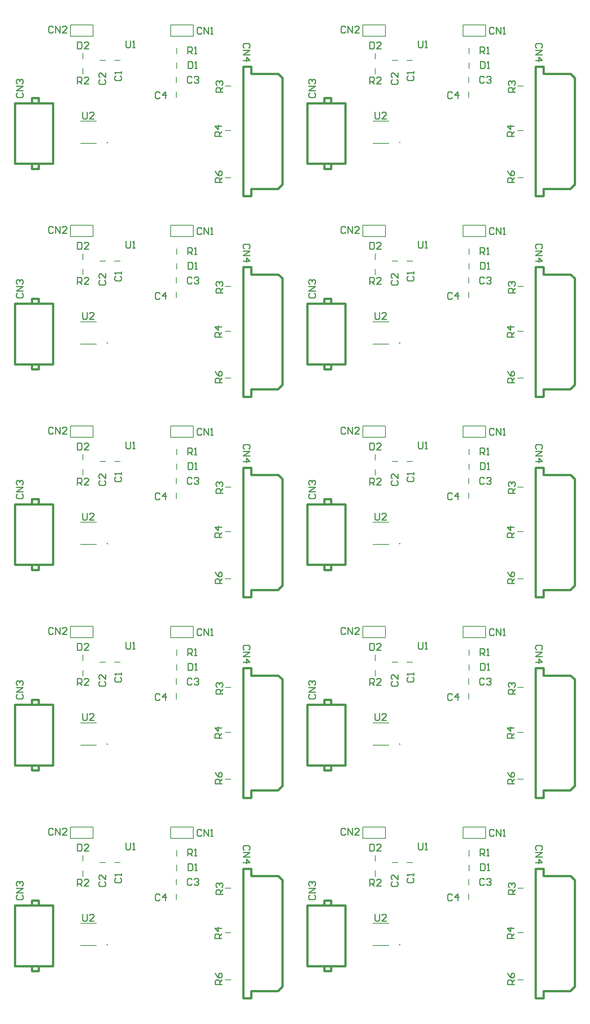
<source format=gbr>
%TF.GenerationSoftware,Altium Limited,Altium Designer,23.9.2 (47)*%
G04 Layer_Color=65535*
%FSLAX45Y45*%
%MOMM*%
%TF.SameCoordinates,AD479AB8-1AF9-481E-9C01-A3E3F564F201*%
%TF.FilePolarity,Positive*%
%TF.FileFunction,Legend,Top*%
%TF.Part,CustomerPanel*%
G01*
G75*
%TA.AperFunction,NonConductor*%
%ADD48C,0.20000*%
%ADD49C,0.50000*%
%ADD50C,0.12700*%
%ADD51C,0.25400*%
D48*
X9738100Y9780100D02*
G03*
X9738100Y9780100I-10000J0D01*
G01*
X9891800Y11620500D02*
X10021800D01*
X9561600D02*
X9691600D01*
X9182100Y11655500D02*
Y11785500D01*
Y11314200D02*
Y11444200D01*
X12381000Y8991600D02*
X12511000D01*
X12381000Y10045700D02*
X12511000D01*
X12381000Y11049000D02*
X12511000D01*
X11279200Y10793500D02*
Y10923500D01*
Y11123700D02*
Y11253700D01*
X11288700Y11441200D02*
Y11571200D01*
Y11771400D02*
Y11901400D01*
X11150600Y12166600D02*
X11658600D01*
Y12420600D01*
X11150600D02*
X11658600D01*
X11150600Y12166600D02*
Y12420600D01*
X8901100Y12166600D02*
X9409100D01*
Y12420600D01*
X8901100D02*
X9409100D01*
X8901100Y12166600D02*
Y12420600D01*
X16308701Y9780100D02*
G03*
X16308701Y9780100I-10000J0D01*
G01*
X16462399Y11620500D02*
X16592400D01*
X16132201D02*
X16262199D01*
X15752699Y11655500D02*
Y11785500D01*
Y11314200D02*
Y11444200D01*
X18951601Y8991600D02*
X19081599D01*
X18951601Y10045700D02*
X19081599D01*
X18951601Y11049000D02*
X19081599D01*
X17849800Y10793500D02*
Y10923500D01*
Y11123700D02*
Y11253700D01*
X17859300Y11441200D02*
Y11571200D01*
Y11771400D02*
Y11901400D01*
X17721201Y12166600D02*
X18229201D01*
Y12420600D01*
X17721201D02*
X18229201D01*
X17721201Y12166600D02*
Y12420600D01*
X15471700Y12166600D02*
X15979700D01*
Y12420600D01*
X15471700D02*
X15979700D01*
X15471700Y12166600D02*
Y12420600D01*
X9738100Y14280600D02*
G03*
X9738100Y14280600I-10000J0D01*
G01*
X9891800Y16121001D02*
X10021800D01*
X9561600D02*
X9691600D01*
X9182100Y16156000D02*
Y16286000D01*
Y15814700D02*
Y15944701D01*
X12381000Y13492101D02*
X12511000D01*
X12381000Y14546201D02*
X12511000D01*
X12381000Y15549500D02*
X12511000D01*
X11279200Y15294000D02*
Y15424001D01*
Y15624200D02*
Y15754201D01*
X11288700Y15941701D02*
Y16071700D01*
Y16271899D02*
Y16401900D01*
X11150600Y16667101D02*
X11658600D01*
Y16921100D01*
X11150600D02*
X11658600D01*
X11150600Y16667101D02*
Y16921100D01*
X8901100Y16667101D02*
X9409100D01*
Y16921100D01*
X8901100D02*
X9409100D01*
X8901100Y16667101D02*
Y16921100D01*
X16308701Y14280600D02*
G03*
X16308701Y14280600I-10000J0D01*
G01*
X16462399Y16121001D02*
X16592400D01*
X16132201D02*
X16262199D01*
X15752699Y16156000D02*
Y16286000D01*
Y15814700D02*
Y15944701D01*
X18951601Y13492101D02*
X19081599D01*
X18951601Y14546201D02*
X19081599D01*
X18951601Y15549500D02*
X19081599D01*
X17849800Y15294000D02*
Y15424001D01*
Y15624200D02*
Y15754201D01*
X17859300Y15941701D02*
Y16071700D01*
Y16271899D02*
Y16401900D01*
X17721201Y16667101D02*
X18229201D01*
Y16921100D01*
X17721201D02*
X18229201D01*
X17721201Y16667101D02*
Y16921100D01*
X15471700Y16667101D02*
X15979700D01*
Y16921100D01*
X15471700D02*
X15979700D01*
X15471700Y16667101D02*
Y16921100D01*
X9738100Y18781100D02*
G03*
X9738100Y18781100I-10000J0D01*
G01*
X9891800Y20621500D02*
X10021800D01*
X9561600D02*
X9691600D01*
X9182100Y20656500D02*
Y20786501D01*
Y20315199D02*
Y20445200D01*
X12381000Y17992599D02*
X12511000D01*
X12381000Y19046700D02*
X12511000D01*
X12381000Y20050000D02*
X12511000D01*
X11279200Y19794501D02*
Y19924500D01*
Y20124699D02*
Y20254700D01*
X11288700Y20442200D02*
Y20572200D01*
Y20772400D02*
Y20902400D01*
X11150600Y21167599D02*
X11658600D01*
Y21421600D01*
X11150600D02*
X11658600D01*
X11150600Y21167599D02*
Y21421600D01*
X8901100Y21167599D02*
X9409100D01*
Y21421600D01*
X8901100D02*
X9409100D01*
X8901100Y21167599D02*
Y21421600D01*
X16308701Y18781100D02*
G03*
X16308701Y18781100I-10000J0D01*
G01*
X16462399Y20621500D02*
X16592400D01*
X16132201D02*
X16262199D01*
X15752699Y20656500D02*
Y20786501D01*
Y20315199D02*
Y20445200D01*
X18951601Y17992599D02*
X19081599D01*
X18951601Y19046700D02*
X19081599D01*
X18951601Y20050000D02*
X19081599D01*
X17849800Y19794501D02*
Y19924500D01*
Y20124699D02*
Y20254700D01*
X17859300Y20442200D02*
Y20572200D01*
Y20772400D02*
Y20902400D01*
X17721201Y21167599D02*
X18229201D01*
Y21421600D01*
X17721201D02*
X18229201D01*
X17721201Y21167599D02*
Y21421600D01*
X15471700Y21167599D02*
X15979700D01*
Y21421600D01*
X15471700D02*
X15979700D01*
X15471700Y21167599D02*
Y21421600D01*
X9738100Y23281599D02*
G03*
X9738100Y23281599I-10000J0D01*
G01*
X9891800Y25122000D02*
X10021800D01*
X9561600D02*
X9691600D01*
X9182100Y25157001D02*
Y25287000D01*
Y24815700D02*
Y24945700D01*
X12381000Y22493100D02*
X12511000D01*
X12381000Y23547200D02*
X12511000D01*
X12381000Y24550500D02*
X12511000D01*
X11279200Y24295000D02*
Y24425000D01*
Y24625200D02*
Y24755200D01*
X11288700Y24942700D02*
Y25072701D01*
Y25272900D02*
Y25402901D01*
X11150600Y25668100D02*
X11658600D01*
Y25922101D01*
X11150600D02*
X11658600D01*
X11150600Y25668100D02*
Y25922101D01*
X8901100Y25668100D02*
X9409100D01*
Y25922101D01*
X8901100D02*
X9409100D01*
X8901100Y25668100D02*
Y25922101D01*
X16308701Y23281599D02*
G03*
X16308701Y23281599I-10000J0D01*
G01*
X16462399Y25122000D02*
X16592400D01*
X16132201D02*
X16262199D01*
X15752699Y25157001D02*
Y25287000D01*
Y24815700D02*
Y24945700D01*
X18951601Y22493100D02*
X19081599D01*
X18951601Y23547200D02*
X19081599D01*
X18951601Y24550500D02*
X19081599D01*
X17849800Y24295000D02*
Y24425000D01*
Y24625200D02*
Y24755200D01*
X17859300Y24942700D02*
Y25072701D01*
Y25272900D02*
Y25402901D01*
X17721201Y25668100D02*
X18229201D01*
Y25922101D01*
X17721201D02*
X18229201D01*
X17721201Y25668100D02*
Y25922101D01*
X15471700Y25668100D02*
X15979700D01*
Y25922101D01*
X15471700D02*
X15979700D01*
X15471700Y25668100D02*
Y25922101D01*
X9738100Y27782101D02*
G03*
X9738100Y27782101I-10000J0D01*
G01*
X9891800Y29622501D02*
X10021800D01*
X9561600D02*
X9691600D01*
X9182100Y29657501D02*
Y29787500D01*
Y29316199D02*
Y29446201D01*
X12381000Y26993600D02*
X12511000D01*
X12381000Y28047699D02*
X12511000D01*
X12381000Y29051001D02*
X12511000D01*
X11279200Y28795499D02*
Y28925500D01*
Y29125699D02*
Y29255701D01*
X11288700Y29443201D02*
Y29573199D01*
Y29773401D02*
Y29903400D01*
X11150600Y30168600D02*
X11658600D01*
Y30422601D01*
X11150600D02*
X11658600D01*
X11150600Y30168600D02*
Y30422601D01*
X8901100Y30168600D02*
X9409100D01*
Y30422601D01*
X8901100D02*
X9409100D01*
X8901100Y30168600D02*
Y30422601D01*
X16308701Y27782101D02*
G03*
X16308701Y27782101I-10000J0D01*
G01*
X16462399Y29622501D02*
X16592400D01*
X16132201D02*
X16262199D01*
X15752699Y29657501D02*
Y29787500D01*
Y29316199D02*
Y29446201D01*
X18951601Y26993600D02*
X19081599D01*
X18951601Y28047699D02*
X19081599D01*
X18951601Y29051001D02*
X19081599D01*
X17849800Y28795499D02*
Y28925500D01*
Y29125699D02*
Y29255701D01*
X17859300Y29443201D02*
Y29573199D01*
Y29773401D02*
Y29903400D01*
X17721201Y30168600D02*
X18229201D01*
Y30422601D01*
X17721201D02*
X18229201D01*
X17721201Y30168600D02*
Y30422601D01*
X15471700Y30168600D02*
X15979700D01*
Y30422601D01*
X15471700D02*
X15979700D01*
X15471700Y30168600D02*
Y30422601D01*
D49*
X12788900Y11480800D02*
X12966701D01*
X12788900Y8572500D02*
Y11480800D01*
Y8572500D02*
X12966701D01*
Y8737600D01*
Y11315700D02*
Y11480800D01*
Y11315700D02*
X13576300D01*
X13665199Y11226800D01*
Y9131300D02*
Y11226800D01*
Y8839200D02*
Y9131300D01*
X13563600Y8737600D02*
X13665199Y8839200D01*
X12966701Y8737600D02*
X13563600D01*
X8131175Y10772746D02*
X8191500D01*
X8039100Y10671146D02*
Y10772746D01*
X8131175D01*
X8191500Y10658446D02*
Y10772746D01*
X8039100Y9185246D02*
Y9299546D01*
Y9185246D02*
X8191500D01*
Y9299546D01*
X7658100Y10658446D02*
X8509000D01*
Y9299546D02*
Y10658446D01*
X7658100Y9299546D02*
X8509000D01*
X7658100D02*
Y10658446D01*
X19359500Y11480800D02*
X19537300D01*
X19359500Y8572500D02*
Y11480800D01*
Y8572500D02*
X19537300D01*
Y8737600D01*
Y11315700D02*
Y11480800D01*
Y11315700D02*
X20146899D01*
X20235800Y11226800D01*
Y9131300D02*
Y11226800D01*
Y8839200D02*
Y9131300D01*
X20134200Y8737600D02*
X20235800Y8839200D01*
X19537300Y8737600D02*
X20134200D01*
X14701775Y10772746D02*
X14762100D01*
X14609700Y10671146D02*
Y10772746D01*
X14701775D01*
X14762100Y10658446D02*
Y10772746D01*
X14609700Y9185246D02*
Y9299546D01*
Y9185246D02*
X14762100D01*
Y9299546D01*
X14228700Y10658446D02*
X15079601D01*
Y9299546D02*
Y10658446D01*
X14228700Y9299546D02*
X15079601D01*
X14228700D02*
Y10658446D01*
X12788900Y15981300D02*
X12966701D01*
X12788900Y13073000D02*
Y15981300D01*
Y13073000D02*
X12966701D01*
Y13238100D01*
Y15816200D02*
Y15981300D01*
Y15816200D02*
X13576300D01*
X13665199Y15727299D01*
Y13631799D02*
Y15727299D01*
Y13339700D02*
Y13631799D01*
X13563600Y13238100D02*
X13665199Y13339700D01*
X12966701Y13238100D02*
X13563600D01*
X8131175Y15273245D02*
X8191500D01*
X8039100Y15171646D02*
Y15273245D01*
X8131175D01*
X8191500Y15158946D02*
Y15273245D01*
X8039100Y13685745D02*
Y13800046D01*
Y13685745D02*
X8191500D01*
Y13800046D01*
X7658100Y15158946D02*
X8509000D01*
Y13800046D02*
Y15158946D01*
X7658100Y13800046D02*
X8509000D01*
X7658100D02*
Y15158946D01*
X19359500Y15981300D02*
X19537300D01*
X19359500Y13073000D02*
Y15981300D01*
Y13073000D02*
X19537300D01*
Y13238100D01*
Y15816200D02*
Y15981300D01*
Y15816200D02*
X20146899D01*
X20235800Y15727299D01*
Y13631799D02*
Y15727299D01*
Y13339700D02*
Y13631799D01*
X20134200Y13238100D02*
X20235800Y13339700D01*
X19537300Y13238100D02*
X20134200D01*
X14701775Y15273245D02*
X14762100D01*
X14609700Y15171646D02*
Y15273245D01*
X14701775D01*
X14762100Y15158946D02*
Y15273245D01*
X14609700Y13685745D02*
Y13800046D01*
Y13685745D02*
X14762100D01*
Y13800046D01*
X14228700Y15158946D02*
X15079601D01*
Y13800046D02*
Y15158946D01*
X14228700Y13800046D02*
X15079601D01*
X14228700D02*
Y15158946D01*
X12788900Y20481799D02*
X12966701D01*
X12788900Y17573500D02*
Y20481799D01*
Y17573500D02*
X12966701D01*
Y17738600D01*
Y20316701D02*
Y20481799D01*
Y20316701D02*
X13576300D01*
X13665199Y20227800D01*
Y18132300D02*
Y20227800D01*
Y17840199D02*
Y18132300D01*
X13563600Y17738600D02*
X13665199Y17840199D01*
X12966701Y17738600D02*
X13563600D01*
X8131175Y19773746D02*
X8191500D01*
X8039100Y19672147D02*
Y19773746D01*
X8131175D01*
X8191500Y19659447D02*
Y19773746D01*
X8039100Y18186246D02*
Y18300546D01*
Y18186246D02*
X8191500D01*
Y18300546D01*
X7658100Y19659447D02*
X8509000D01*
Y18300546D02*
Y19659447D01*
X7658100Y18300546D02*
X8509000D01*
X7658100D02*
Y19659447D01*
X19359500Y20481799D02*
X19537300D01*
X19359500Y17573500D02*
Y20481799D01*
Y17573500D02*
X19537300D01*
Y17738600D01*
Y20316701D02*
Y20481799D01*
Y20316701D02*
X20146899D01*
X20235800Y20227800D01*
Y18132300D02*
Y20227800D01*
Y17840199D02*
Y18132300D01*
X20134200Y17738600D02*
X20235800Y17840199D01*
X19537300Y17738600D02*
X20134200D01*
X14701775Y19773746D02*
X14762100D01*
X14609700Y19672147D02*
Y19773746D01*
X14701775D01*
X14762100Y19659447D02*
Y19773746D01*
X14609700Y18186246D02*
Y18300546D01*
Y18186246D02*
X14762100D01*
Y18300546D01*
X14228700Y19659447D02*
X15079601D01*
Y18300546D02*
Y19659447D01*
X14228700Y18300546D02*
X15079601D01*
X14228700D02*
Y19659447D01*
X12788900Y24982300D02*
X12966701D01*
X12788900Y22074001D02*
Y24982300D01*
Y22074001D02*
X12966701D01*
Y22239101D01*
Y24817200D02*
Y24982300D01*
Y24817200D02*
X13576300D01*
X13665199Y24728300D01*
Y22632800D02*
Y24728300D01*
Y22340700D02*
Y22632800D01*
X13563600Y22239101D02*
X13665199Y22340700D01*
X12966701Y22239101D02*
X13563600D01*
X8131175Y24274246D02*
X8191500D01*
X8039100Y24172646D02*
Y24274246D01*
X8131175D01*
X8191500Y24159946D02*
Y24274246D01*
X8039100Y22686746D02*
Y22801047D01*
Y22686746D02*
X8191500D01*
Y22801047D01*
X7658100Y24159946D02*
X8509000D01*
Y22801047D02*
Y24159946D01*
X7658100Y22801047D02*
X8509000D01*
X7658100D02*
Y24159946D01*
X19359500Y24982300D02*
X19537300D01*
X19359500Y22074001D02*
Y24982300D01*
Y22074001D02*
X19537300D01*
Y22239101D01*
Y24817200D02*
Y24982300D01*
Y24817200D02*
X20146899D01*
X20235800Y24728300D01*
Y22632800D02*
Y24728300D01*
Y22340700D02*
Y22632800D01*
X20134200Y22239101D02*
X20235800Y22340700D01*
X19537300Y22239101D02*
X20134200D01*
X14701775Y24274246D02*
X14762100D01*
X14609700Y24172646D02*
Y24274246D01*
X14701775D01*
X14762100Y24159946D02*
Y24274246D01*
X14609700Y22686746D02*
Y22801047D01*
Y22686746D02*
X14762100D01*
Y22801047D01*
X14228700Y24159946D02*
X15079601D01*
Y22801047D02*
Y24159946D01*
X14228700Y22801047D02*
X15079601D01*
X14228700D02*
Y24159946D01*
X12788900Y29482800D02*
X12966701D01*
X12788900Y26574500D02*
Y29482800D01*
Y26574500D02*
X12966701D01*
Y26739600D01*
Y29317700D02*
Y29482800D01*
Y29317700D02*
X13576300D01*
X13665199Y29228799D01*
Y27133301D02*
Y29228799D01*
Y26841199D02*
Y27133301D01*
X13563600Y26739600D02*
X13665199Y26841199D01*
X12966701Y26739600D02*
X13563600D01*
X8131175Y28774747D02*
X8191500D01*
X8039100Y28673145D02*
Y28774747D01*
X8131175D01*
X8191500Y28660446D02*
Y28774747D01*
X8039100Y27187247D02*
Y27301547D01*
Y27187247D02*
X8191500D01*
Y27301547D01*
X7658100Y28660446D02*
X8509000D01*
Y27301547D02*
Y28660446D01*
X7658100Y27301547D02*
X8509000D01*
X7658100D02*
Y28660446D01*
X19359500Y29482800D02*
X19537300D01*
X19359500Y26574500D02*
Y29482800D01*
Y26574500D02*
X19537300D01*
Y26739600D01*
Y29317700D02*
Y29482800D01*
Y29317700D02*
X20146899D01*
X20235800Y29228799D01*
Y27133301D02*
Y29228799D01*
Y26841199D02*
Y27133301D01*
X20134200Y26739600D02*
X20235800Y26841199D01*
X19537300Y26739600D02*
X20134200D01*
X14701775Y28774747D02*
X14762100D01*
X14609700Y28673145D02*
Y28774747D01*
X14701775D01*
X14762100Y28660446D02*
Y28774747D01*
X14609700Y27187247D02*
Y27301547D01*
Y27187247D02*
X14762100D01*
Y27301547D01*
X14228700Y28660446D02*
X15079601D01*
Y27301547D02*
Y28660446D01*
X14228700Y27301547D02*
X15079601D01*
X14228700D02*
Y28660446D01*
D50*
X9132600Y10257600D02*
X9485600D01*
X9132600Y9757600D02*
X9485600D01*
X15703200Y10257600D02*
X16056200D01*
X15703200Y9757600D02*
X16056200D01*
X9132600Y14758099D02*
X9485600D01*
X9132600Y14258099D02*
X9485600D01*
X15703200Y14758099D02*
X16056200D01*
X15703200Y14258099D02*
X16056200D01*
X9132600Y19258600D02*
X9485600D01*
X9132600Y18758600D02*
X9485600D01*
X15703200Y19258600D02*
X16056200D01*
X15703200Y18758600D02*
X16056200D01*
X9132600Y23759100D02*
X9485600D01*
X9132600Y23259100D02*
X9485600D01*
X15703200Y23759100D02*
X16056200D01*
X15703200Y23259100D02*
X16056200D01*
X9132600Y28259601D02*
X9485600D01*
X9132600Y27759601D02*
X9485600D01*
X15703200Y28259601D02*
X16056200D01*
X15703200Y27759601D02*
X16056200D01*
D51*
X12903185Y11899867D02*
X12928577Y11925259D01*
Y11976042D01*
X12903185Y12001434D01*
X12801617D01*
X12776225Y11976042D01*
Y11925259D01*
X12801617Y11899867D01*
X12776225Y11849083D02*
X12928577D01*
X12776225Y11747516D01*
X12928577D01*
X12776225Y11620557D02*
X12928577D01*
X12852400Y11696733D01*
Y11595165D01*
X7708917Y10896633D02*
X7683525Y10871241D01*
Y10820458D01*
X7708917Y10795066D01*
X7810483D01*
X7835875Y10820458D01*
Y10871241D01*
X7810483Y10896633D01*
X7835875Y10947417D02*
X7683525D01*
X7835875Y11048984D01*
X7683525D01*
X7708917Y11099767D02*
X7683525Y11125159D01*
Y11175943D01*
X7708917Y11201334D01*
X7734308D01*
X7759700Y11175943D01*
Y11150551D01*
Y11175943D01*
X7785092Y11201334D01*
X7810483D01*
X7835875Y11175943D01*
Y11125159D01*
X7810483Y11099767D01*
X10147333Y12064975D02*
Y11938017D01*
X10172725Y11912625D01*
X10223508D01*
X10248900Y11938017D01*
Y12064975D01*
X10299684Y11912625D02*
X10350467D01*
X10325076D01*
Y12064975D01*
X10299684Y12039583D01*
X9918717Y11277600D02*
X9893325Y11252208D01*
Y11201425D01*
X9918717Y11176033D01*
X10020283D01*
X10045675Y11201425D01*
Y11252208D01*
X10020283Y11277600D01*
X10045675Y11328384D02*
Y11379167D01*
Y11353776D01*
X9893325D01*
X9918717Y11328384D01*
X9563117Y11188708D02*
X9537725Y11163317D01*
Y11112533D01*
X9563117Y11087141D01*
X9664683D01*
X9690075Y11112533D01*
Y11163317D01*
X9664683Y11188708D01*
X9690075Y11341059D02*
Y11239492D01*
X9588508Y11341059D01*
X9563117D01*
X9537725Y11315667D01*
Y11264884D01*
X9563117Y11239492D01*
X9055141Y12039575D02*
Y11887225D01*
X9131317D01*
X9156708Y11912617D01*
Y12014183D01*
X9131317Y12039575D01*
X9055141D01*
X9309059Y11887225D02*
X9207492D01*
X9309059Y11988792D01*
Y12014183D01*
X9283667Y12039575D01*
X9232884D01*
X9207492Y12014183D01*
X9055141Y11099825D02*
Y11252175D01*
X9131317D01*
X9156708Y11226783D01*
Y11176000D01*
X9131317Y11150608D01*
X9055141D01*
X9105925D02*
X9156708Y11099825D01*
X9309059D02*
X9207492D01*
X9309059Y11201392D01*
Y11226783D01*
X9283667Y11252175D01*
X9232884D01*
X9207492Y11226783D01*
X9169441Y10464775D02*
Y10337817D01*
X9194833Y10312425D01*
X9245617D01*
X9271008Y10337817D01*
Y10464775D01*
X9423359Y10312425D02*
X9321792D01*
X9423359Y10413992D01*
Y10439383D01*
X9397967Y10464775D01*
X9347184D01*
X9321792Y10439383D01*
X12306275Y8890041D02*
X12153925D01*
Y8966217D01*
X12179317Y8991608D01*
X12230100D01*
X12255492Y8966217D01*
Y8890041D01*
Y8940825D02*
X12306275Y8991608D01*
X12153925Y9143959D02*
X12179317Y9093175D01*
X12230100Y9042392D01*
X12280883D01*
X12306275Y9067784D01*
Y9118567D01*
X12280883Y9143959D01*
X12255492D01*
X12230100Y9118567D01*
Y9042392D01*
X12293575Y9918741D02*
X12141225D01*
Y9994917D01*
X12166617Y10020308D01*
X12217400D01*
X12242792Y9994917D01*
Y9918741D01*
Y9969525D02*
X12293575Y10020308D01*
Y10147267D02*
X12141225D01*
X12217400Y10071092D01*
Y10172659D01*
X12318975Y10909341D02*
X12166625D01*
Y10985517D01*
X12192017Y11010908D01*
X12242800D01*
X12268192Y10985517D01*
Y10909341D01*
Y10960125D02*
X12318975Y11010908D01*
X12192017Y11061692D02*
X12166625Y11087084D01*
Y11137867D01*
X12192017Y11163259D01*
X12217408D01*
X12242800Y11137867D01*
Y11112475D01*
Y11137867D01*
X12268192Y11163259D01*
X12293583D01*
X12318975Y11137867D01*
Y11087084D01*
X12293583Y11061692D01*
X10906768Y10894043D02*
X10881377Y10919435D01*
X10830593D01*
X10805201Y10894043D01*
Y10792477D01*
X10830593Y10767085D01*
X10881377D01*
X10906768Y10792477D01*
X11033727Y10767085D02*
Y10919435D01*
X10957552Y10843260D01*
X11059119D01*
X11626309Y11239184D02*
X11600917Y11264576D01*
X11550133D01*
X11524741Y11239184D01*
Y11137617D01*
X11550133Y11112225D01*
X11600917D01*
X11626309Y11137617D01*
X11677092Y11239184D02*
X11702484Y11264576D01*
X11753268D01*
X11778659Y11239184D01*
Y11213792D01*
X11753268Y11188400D01*
X11727876D01*
X11753268D01*
X11778659Y11163008D01*
Y11137617D01*
X11753268Y11112225D01*
X11702484D01*
X11677092Y11137617D01*
X11544333Y11595075D02*
Y11442725D01*
X11620508D01*
X11645900Y11468117D01*
Y11569683D01*
X11620508Y11595075D01*
X11544333D01*
X11696684Y11442725D02*
X11747467D01*
X11722076D01*
Y11595075D01*
X11696684Y11569683D01*
X11531633Y11772925D02*
Y11925275D01*
X11607808D01*
X11633200Y11899883D01*
Y11849100D01*
X11607808Y11823708D01*
X11531633D01*
X11582417D02*
X11633200Y11772925D01*
X11683984D02*
X11734767D01*
X11709376D01*
Y11925275D01*
X11683984Y11899883D01*
X11849125Y12344383D02*
X11823733Y12369775D01*
X11772950D01*
X11747558Y12344383D01*
Y12242817D01*
X11772950Y12217425D01*
X11823733D01*
X11849125Y12242817D01*
X11899908Y12217425D02*
Y12369775D01*
X12001476Y12217425D01*
Y12369775D01*
X12052259Y12217425D02*
X12103043D01*
X12077651D01*
Y12369775D01*
X12052259Y12344383D01*
X8509033Y12369783D02*
X8483641Y12395175D01*
X8432858D01*
X8407466Y12369783D01*
Y12268217D01*
X8432858Y12242825D01*
X8483641D01*
X8509033Y12268217D01*
X8559817Y12242825D02*
Y12395175D01*
X8661384Y12242825D01*
Y12395175D01*
X8813734Y12242825D02*
X8712167D01*
X8813734Y12344392D01*
Y12369783D01*
X8788343Y12395175D01*
X8737559D01*
X8712167Y12369783D01*
X19473784Y11899867D02*
X19499176Y11925259D01*
Y11976042D01*
X19473784Y12001434D01*
X19372217D01*
X19346825Y11976042D01*
Y11925259D01*
X19372217Y11899867D01*
X19346825Y11849083D02*
X19499176D01*
X19346825Y11747516D01*
X19499176D01*
X19346825Y11620557D02*
X19499176D01*
X19423000Y11696733D01*
Y11595165D01*
X14279517Y10896633D02*
X14254124Y10871241D01*
Y10820458D01*
X14279517Y10795066D01*
X14381084D01*
X14406474Y10820458D01*
Y10871241D01*
X14381084Y10896633D01*
X14406474Y10947417D02*
X14254124D01*
X14406474Y11048984D01*
X14254124D01*
X14279517Y11099767D02*
X14254124Y11125159D01*
Y11175943D01*
X14279517Y11201334D01*
X14304909D01*
X14330299Y11175943D01*
Y11150551D01*
Y11175943D01*
X14355692Y11201334D01*
X14381084D01*
X14406474Y11175943D01*
Y11125159D01*
X14381084Y11099767D01*
X16717934Y12064975D02*
Y11938017D01*
X16743324Y11912625D01*
X16794109D01*
X16819501Y11938017D01*
Y12064975D01*
X16870284Y11912625D02*
X16921066D01*
X16895676D01*
Y12064975D01*
X16870284Y12039583D01*
X16489317Y11277600D02*
X16463925Y11252208D01*
Y11201425D01*
X16489317Y11176033D01*
X16590884D01*
X16616275Y11201425D01*
Y11252208D01*
X16590884Y11277600D01*
X16616275Y11328384D02*
Y11379167D01*
Y11353776D01*
X16463925D01*
X16489317Y11328384D01*
X16133717Y11188708D02*
X16108325Y11163317D01*
Y11112533D01*
X16133717Y11087141D01*
X16235284D01*
X16260675Y11112533D01*
Y11163317D01*
X16235284Y11188708D01*
X16260675Y11341059D02*
Y11239492D01*
X16159108Y11341059D01*
X16133717D01*
X16108325Y11315667D01*
Y11264884D01*
X16133717Y11239492D01*
X15625742Y12039575D02*
Y11887225D01*
X15701917D01*
X15727309Y11912617D01*
Y12014183D01*
X15701917Y12039575D01*
X15625742D01*
X15879659Y11887225D02*
X15778091D01*
X15879659Y11988792D01*
Y12014183D01*
X15854266Y12039575D01*
X15803484D01*
X15778091Y12014183D01*
X15625742Y11099825D02*
Y11252175D01*
X15701917D01*
X15727309Y11226783D01*
Y11176000D01*
X15701917Y11150608D01*
X15625742D01*
X15676524D02*
X15727309Y11099825D01*
X15879659D02*
X15778091D01*
X15879659Y11201392D01*
Y11226783D01*
X15854266Y11252175D01*
X15803484D01*
X15778091Y11226783D01*
X15740041Y10464775D02*
Y10337817D01*
X15765433Y10312425D01*
X15816217D01*
X15841608Y10337817D01*
Y10464775D01*
X15993959Y10312425D02*
X15892392D01*
X15993959Y10413992D01*
Y10439383D01*
X15968567Y10464775D01*
X15917784D01*
X15892392Y10439383D01*
X18876875Y8890041D02*
X18724525D01*
Y8966217D01*
X18749918Y8991608D01*
X18800700D01*
X18826093Y8966217D01*
Y8890041D01*
Y8940825D02*
X18876875Y8991608D01*
X18724525Y9143959D02*
X18749918Y9093175D01*
X18800700Y9042392D01*
X18851485D01*
X18876875Y9067784D01*
Y9118567D01*
X18851485Y9143959D01*
X18826093D01*
X18800700Y9118567D01*
Y9042392D01*
X18864175Y9918741D02*
X18711826D01*
Y9994917D01*
X18737218Y10020308D01*
X18788000D01*
X18813393Y9994917D01*
Y9918741D01*
Y9969525D02*
X18864175Y10020308D01*
Y10147267D02*
X18711826D01*
X18788000Y10071092D01*
Y10172659D01*
X18889575Y10909341D02*
X18737225D01*
Y10985517D01*
X18762617Y11010908D01*
X18813400D01*
X18838792Y10985517D01*
Y10909341D01*
Y10960125D02*
X18889575Y11010908D01*
X18762617Y11061692D02*
X18737225Y11087084D01*
Y11137867D01*
X18762617Y11163259D01*
X18788008D01*
X18813400Y11137867D01*
Y11112475D01*
Y11137867D01*
X18838792Y11163259D01*
X18864185D01*
X18889575Y11137867D01*
Y11087084D01*
X18864185Y11061692D01*
X17477368Y10894043D02*
X17451978Y10919435D01*
X17401193D01*
X17375801Y10894043D01*
Y10792477D01*
X17401193Y10767085D01*
X17451978D01*
X17477368Y10792477D01*
X17604327Y10767085D02*
Y10919435D01*
X17528152Y10843260D01*
X17629720D01*
X18196909Y11239184D02*
X18171516Y11264576D01*
X18120734D01*
X18095341Y11239184D01*
Y11137617D01*
X18120734Y11112225D01*
X18171516D01*
X18196909Y11137617D01*
X18247691Y11239184D02*
X18273083Y11264576D01*
X18323868D01*
X18349258Y11239184D01*
Y11213792D01*
X18323868Y11188400D01*
X18298476D01*
X18323868D01*
X18349258Y11163008D01*
Y11137617D01*
X18323868Y11112225D01*
X18273083D01*
X18247691Y11137617D01*
X18114932Y11595075D02*
Y11442725D01*
X18191109D01*
X18216499Y11468117D01*
Y11569683D01*
X18191109Y11595075D01*
X18114932D01*
X18267284Y11442725D02*
X18318066D01*
X18292676D01*
Y11595075D01*
X18267284Y11569683D01*
X18102232Y11772925D02*
Y11925275D01*
X18178407D01*
X18203799Y11899883D01*
Y11849100D01*
X18178407Y11823708D01*
X18102232D01*
X18153017D02*
X18203799Y11772925D01*
X18254584D02*
X18305367D01*
X18279976D01*
Y11925275D01*
X18254584Y11899883D01*
X18419725Y12344383D02*
X18394333Y12369775D01*
X18343550D01*
X18318158Y12344383D01*
Y12242817D01*
X18343550Y12217425D01*
X18394333D01*
X18419725Y12242817D01*
X18470508Y12217425D02*
Y12369775D01*
X18572076Y12217425D01*
Y12369775D01*
X18622859Y12217425D02*
X18673643D01*
X18648251D01*
Y12369775D01*
X18622859Y12344383D01*
X15079633Y12369783D02*
X15054240Y12395175D01*
X15003458D01*
X14978065Y12369783D01*
Y12268217D01*
X15003458Y12242825D01*
X15054240D01*
X15079633Y12268217D01*
X15130417Y12242825D02*
Y12395175D01*
X15231984Y12242825D01*
Y12395175D01*
X15384334Y12242825D02*
X15282767D01*
X15384334Y12344392D01*
Y12369783D01*
X15358943Y12395175D01*
X15308159D01*
X15282767Y12369783D01*
X12903185Y16400368D02*
X12928577Y16425758D01*
Y16476543D01*
X12903185Y16501933D01*
X12801617D01*
X12776225Y16476543D01*
Y16425758D01*
X12801617Y16400368D01*
X12776225Y16349583D02*
X12928577D01*
X12776225Y16248016D01*
X12928577D01*
X12776225Y16121057D02*
X12928577D01*
X12852400Y16197234D01*
Y16095665D01*
X7708917Y15397133D02*
X7683525Y15371741D01*
Y15320958D01*
X7708917Y15295566D01*
X7810483D01*
X7835875Y15320958D01*
Y15371741D01*
X7810483Y15397133D01*
X7835875Y15447917D02*
X7683525D01*
X7835875Y15549484D01*
X7683525D01*
X7708917Y15600267D02*
X7683525Y15625659D01*
Y15676443D01*
X7708917Y15701834D01*
X7734308D01*
X7759700Y15676443D01*
Y15651051D01*
Y15676443D01*
X7785092Y15701834D01*
X7810483D01*
X7835875Y15676443D01*
Y15625659D01*
X7810483Y15600267D01*
X10147333Y16565475D02*
Y16438518D01*
X10172725Y16413126D01*
X10223508D01*
X10248900Y16438518D01*
Y16565475D01*
X10299684Y16413126D02*
X10350467D01*
X10325076D01*
Y16565475D01*
X10299684Y16540083D01*
X9918717Y15778101D02*
X9893325Y15752708D01*
Y15701926D01*
X9918717Y15676534D01*
X10020283D01*
X10045675Y15701926D01*
Y15752708D01*
X10020283Y15778101D01*
X10045675Y15828883D02*
Y15879668D01*
Y15854276D01*
X9893325D01*
X9918717Y15828883D01*
X9563117Y15689207D02*
X9537725Y15663817D01*
Y15613033D01*
X9563117Y15587640D01*
X9664683D01*
X9690075Y15613033D01*
Y15663817D01*
X9664683Y15689207D01*
X9690075Y15841559D02*
Y15739992D01*
X9588508Y15841559D01*
X9563117D01*
X9537725Y15816167D01*
Y15765384D01*
X9563117Y15739992D01*
X9055141Y16540076D02*
Y16387724D01*
X9131317D01*
X9156708Y16413116D01*
Y16514684D01*
X9131317Y16540076D01*
X9055141D01*
X9309059Y16387724D02*
X9207492D01*
X9309059Y16489291D01*
Y16514684D01*
X9283667Y16540076D01*
X9232884D01*
X9207492Y16514684D01*
X9055141Y15600325D02*
Y15752675D01*
X9131317D01*
X9156708Y15727284D01*
Y15676500D01*
X9131317Y15651108D01*
X9055141D01*
X9105925D02*
X9156708Y15600325D01*
X9309059D02*
X9207492D01*
X9309059Y15701892D01*
Y15727284D01*
X9283667Y15752675D01*
X9232884D01*
X9207492Y15727284D01*
X9169441Y14965276D02*
Y14838316D01*
X9194833Y14812926D01*
X9245617D01*
X9271008Y14838316D01*
Y14965276D01*
X9423359Y14812926D02*
X9321792D01*
X9423359Y14914491D01*
Y14939883D01*
X9397967Y14965276D01*
X9347184D01*
X9321792Y14939883D01*
X12306275Y13390541D02*
X12153925D01*
Y13466718D01*
X12179317Y13492108D01*
X12230100D01*
X12255492Y13466718D01*
Y13390541D01*
Y13441325D02*
X12306275Y13492108D01*
X12153925Y13644460D02*
X12179317Y13593675D01*
X12230100Y13542892D01*
X12280883D01*
X12306275Y13568285D01*
Y13619067D01*
X12280883Y13644460D01*
X12255492D01*
X12230100Y13619067D01*
Y13542892D01*
X12293575Y14419241D02*
X12141225D01*
Y14495416D01*
X12166617Y14520808D01*
X12217400D01*
X12242792Y14495416D01*
Y14419241D01*
Y14470026D02*
X12293575Y14520808D01*
Y14647768D02*
X12141225D01*
X12217400Y14571593D01*
Y14673158D01*
X12318975Y15409840D02*
X12166625D01*
Y15486017D01*
X12192017Y15511407D01*
X12242800D01*
X12268192Y15486017D01*
Y15409840D01*
Y15460625D02*
X12318975Y15511407D01*
X12192017Y15562192D02*
X12166625Y15587584D01*
Y15638367D01*
X12192017Y15663759D01*
X12217408D01*
X12242800Y15638367D01*
Y15612975D01*
Y15638367D01*
X12268192Y15663759D01*
X12293583D01*
X12318975Y15638367D01*
Y15587584D01*
X12293583Y15562192D01*
X10906768Y15394543D02*
X10881377Y15419936D01*
X10830593D01*
X10805201Y15394543D01*
Y15292976D01*
X10830593Y15267586D01*
X10881377D01*
X10906768Y15292976D01*
X11033727Y15267586D02*
Y15419936D01*
X10957552Y15343761D01*
X11059119D01*
X11626309Y15739684D02*
X11600917Y15765076D01*
X11550133D01*
X11524741Y15739684D01*
Y15638116D01*
X11550133Y15612724D01*
X11600917D01*
X11626309Y15638116D01*
X11677092Y15739684D02*
X11702484Y15765076D01*
X11753268D01*
X11778659Y15739684D01*
Y15714291D01*
X11753268Y15688901D01*
X11727876D01*
X11753268D01*
X11778659Y15663509D01*
Y15638116D01*
X11753268Y15612724D01*
X11702484D01*
X11677092Y15638116D01*
X11544333Y16095575D02*
Y15943225D01*
X11620508D01*
X11645900Y15968617D01*
Y16070184D01*
X11620508Y16095575D01*
X11544333D01*
X11696684Y15943225D02*
X11747467D01*
X11722076D01*
Y16095575D01*
X11696684Y16070184D01*
X11531633Y16273425D02*
Y16425775D01*
X11607808D01*
X11633200Y16400385D01*
Y16349600D01*
X11607808Y16324208D01*
X11531633D01*
X11582417D02*
X11633200Y16273425D01*
X11683984D02*
X11734767D01*
X11709376D01*
Y16425775D01*
X11683984Y16400385D01*
X11849125Y16844884D02*
X11823733Y16870274D01*
X11772950D01*
X11747558Y16844884D01*
Y16743317D01*
X11772950Y16717924D01*
X11823733D01*
X11849125Y16743317D01*
X11899908Y16717924D02*
Y16870274D01*
X12001476Y16717924D01*
Y16870274D01*
X12052259Y16717924D02*
X12103043D01*
X12077651D01*
Y16870274D01*
X12052259Y16844884D01*
X8509033Y16870284D02*
X8483641Y16895676D01*
X8432858D01*
X8407466Y16870284D01*
Y16768716D01*
X8432858Y16743324D01*
X8483641D01*
X8509033Y16768716D01*
X8559817Y16743324D02*
Y16895676D01*
X8661384Y16743324D01*
Y16895676D01*
X8813734Y16743324D02*
X8712167D01*
X8813734Y16844891D01*
Y16870284D01*
X8788343Y16895676D01*
X8737559D01*
X8712167Y16870284D01*
X19473784Y16400368D02*
X19499176Y16425758D01*
Y16476543D01*
X19473784Y16501933D01*
X19372217D01*
X19346825Y16476543D01*
Y16425758D01*
X19372217Y16400368D01*
X19346825Y16349583D02*
X19499176D01*
X19346825Y16248016D01*
X19499176D01*
X19346825Y16121057D02*
X19499176D01*
X19423000Y16197234D01*
Y16095665D01*
X14279517Y15397133D02*
X14254124Y15371741D01*
Y15320958D01*
X14279517Y15295566D01*
X14381084D01*
X14406474Y15320958D01*
Y15371741D01*
X14381084Y15397133D01*
X14406474Y15447917D02*
X14254124D01*
X14406474Y15549484D01*
X14254124D01*
X14279517Y15600267D02*
X14254124Y15625659D01*
Y15676443D01*
X14279517Y15701834D01*
X14304909D01*
X14330299Y15676443D01*
Y15651051D01*
Y15676443D01*
X14355692Y15701834D01*
X14381084D01*
X14406474Y15676443D01*
Y15625659D01*
X14381084Y15600267D01*
X16717934Y16565475D02*
Y16438518D01*
X16743324Y16413126D01*
X16794109D01*
X16819501Y16438518D01*
Y16565475D01*
X16870284Y16413126D02*
X16921066D01*
X16895676D01*
Y16565475D01*
X16870284Y16540083D01*
X16489317Y15778101D02*
X16463925Y15752708D01*
Y15701926D01*
X16489317Y15676534D01*
X16590884D01*
X16616275Y15701926D01*
Y15752708D01*
X16590884Y15778101D01*
X16616275Y15828883D02*
Y15879668D01*
Y15854276D01*
X16463925D01*
X16489317Y15828883D01*
X16133717Y15689207D02*
X16108325Y15663817D01*
Y15613033D01*
X16133717Y15587640D01*
X16235284D01*
X16260675Y15613033D01*
Y15663817D01*
X16235284Y15689207D01*
X16260675Y15841559D02*
Y15739992D01*
X16159108Y15841559D01*
X16133717D01*
X16108325Y15816167D01*
Y15765384D01*
X16133717Y15739992D01*
X15625742Y16540076D02*
Y16387724D01*
X15701917D01*
X15727309Y16413116D01*
Y16514684D01*
X15701917Y16540076D01*
X15625742D01*
X15879659Y16387724D02*
X15778091D01*
X15879659Y16489291D01*
Y16514684D01*
X15854266Y16540076D01*
X15803484D01*
X15778091Y16514684D01*
X15625742Y15600325D02*
Y15752675D01*
X15701917D01*
X15727309Y15727284D01*
Y15676500D01*
X15701917Y15651108D01*
X15625742D01*
X15676524D02*
X15727309Y15600325D01*
X15879659D02*
X15778091D01*
X15879659Y15701892D01*
Y15727284D01*
X15854266Y15752675D01*
X15803484D01*
X15778091Y15727284D01*
X15740041Y14965276D02*
Y14838316D01*
X15765433Y14812926D01*
X15816217D01*
X15841608Y14838316D01*
Y14965276D01*
X15993959Y14812926D02*
X15892392D01*
X15993959Y14914491D01*
Y14939883D01*
X15968567Y14965276D01*
X15917784D01*
X15892392Y14939883D01*
X18876875Y13390541D02*
X18724525D01*
Y13466718D01*
X18749918Y13492108D01*
X18800700D01*
X18826093Y13466718D01*
Y13390541D01*
Y13441325D02*
X18876875Y13492108D01*
X18724525Y13644460D02*
X18749918Y13593675D01*
X18800700Y13542892D01*
X18851485D01*
X18876875Y13568285D01*
Y13619067D01*
X18851485Y13644460D01*
X18826093D01*
X18800700Y13619067D01*
Y13542892D01*
X18864175Y14419241D02*
X18711826D01*
Y14495416D01*
X18737218Y14520808D01*
X18788000D01*
X18813393Y14495416D01*
Y14419241D01*
Y14470026D02*
X18864175Y14520808D01*
Y14647768D02*
X18711826D01*
X18788000Y14571593D01*
Y14673158D01*
X18889575Y15409840D02*
X18737225D01*
Y15486017D01*
X18762617Y15511407D01*
X18813400D01*
X18838792Y15486017D01*
Y15409840D01*
Y15460625D02*
X18889575Y15511407D01*
X18762617Y15562192D02*
X18737225Y15587584D01*
Y15638367D01*
X18762617Y15663759D01*
X18788008D01*
X18813400Y15638367D01*
Y15612975D01*
Y15638367D01*
X18838792Y15663759D01*
X18864185D01*
X18889575Y15638367D01*
Y15587584D01*
X18864185Y15562192D01*
X17477368Y15394543D02*
X17451978Y15419936D01*
X17401193D01*
X17375801Y15394543D01*
Y15292976D01*
X17401193Y15267586D01*
X17451978D01*
X17477368Y15292976D01*
X17604327Y15267586D02*
Y15419936D01*
X17528152Y15343761D01*
X17629720D01*
X18196909Y15739684D02*
X18171516Y15765076D01*
X18120734D01*
X18095341Y15739684D01*
Y15638116D01*
X18120734Y15612724D01*
X18171516D01*
X18196909Y15638116D01*
X18247691Y15739684D02*
X18273083Y15765076D01*
X18323868D01*
X18349258Y15739684D01*
Y15714291D01*
X18323868Y15688901D01*
X18298476D01*
X18323868D01*
X18349258Y15663509D01*
Y15638116D01*
X18323868Y15612724D01*
X18273083D01*
X18247691Y15638116D01*
X18114932Y16095575D02*
Y15943225D01*
X18191109D01*
X18216499Y15968617D01*
Y16070184D01*
X18191109Y16095575D01*
X18114932D01*
X18267284Y15943225D02*
X18318066D01*
X18292676D01*
Y16095575D01*
X18267284Y16070184D01*
X18102232Y16273425D02*
Y16425775D01*
X18178407D01*
X18203799Y16400385D01*
Y16349600D01*
X18178407Y16324208D01*
X18102232D01*
X18153017D02*
X18203799Y16273425D01*
X18254584D02*
X18305367D01*
X18279976D01*
Y16425775D01*
X18254584Y16400385D01*
X18419725Y16844884D02*
X18394333Y16870274D01*
X18343550D01*
X18318158Y16844884D01*
Y16743317D01*
X18343550Y16717924D01*
X18394333D01*
X18419725Y16743317D01*
X18470508Y16717924D02*
Y16870274D01*
X18572076Y16717924D01*
Y16870274D01*
X18622859Y16717924D02*
X18673643D01*
X18648251D01*
Y16870274D01*
X18622859Y16844884D01*
X15079633Y16870284D02*
X15054240Y16895676D01*
X15003458D01*
X14978065Y16870284D01*
Y16768716D01*
X15003458Y16743324D01*
X15054240D01*
X15079633Y16768716D01*
X15130417Y16743324D02*
Y16895676D01*
X15231984Y16743324D01*
Y16895676D01*
X15384334Y16743324D02*
X15282767D01*
X15384334Y16844891D01*
Y16870284D01*
X15358943Y16895676D01*
X15308159D01*
X15282767Y16870284D01*
X12903185Y20900867D02*
X12928577Y20926259D01*
Y20977042D01*
X12903185Y21002434D01*
X12801617D01*
X12776225Y20977042D01*
Y20926259D01*
X12801617Y20900867D01*
X12776225Y20850082D02*
X12928577D01*
X12776225Y20748515D01*
X12928577D01*
X12776225Y20621558D02*
X12928577D01*
X12852400Y20697733D01*
Y20596165D01*
X7708917Y19897633D02*
X7683525Y19872241D01*
Y19821458D01*
X7708917Y19796066D01*
X7810483D01*
X7835875Y19821458D01*
Y19872241D01*
X7810483Y19897633D01*
X7835875Y19948418D02*
X7683525D01*
X7835875Y20049985D01*
X7683525D01*
X7708917Y20100768D02*
X7683525Y20126160D01*
Y20176942D01*
X7708917Y20202335D01*
X7734308D01*
X7759700Y20176942D01*
Y20151550D01*
Y20176942D01*
X7785092Y20202335D01*
X7810483D01*
X7835875Y20176942D01*
Y20126160D01*
X7810483Y20100768D01*
X10147333Y21065974D02*
Y20939017D01*
X10172725Y20913625D01*
X10223508D01*
X10248900Y20939017D01*
Y21065974D01*
X10299684Y20913625D02*
X10350467D01*
X10325076D01*
Y21065974D01*
X10299684Y21040584D01*
X9918717Y20278600D02*
X9893325Y20253207D01*
Y20202425D01*
X9918717Y20177032D01*
X10020283D01*
X10045675Y20202425D01*
Y20253207D01*
X10020283Y20278600D01*
X10045675Y20329384D02*
Y20380167D01*
Y20354776D01*
X9893325D01*
X9918717Y20329384D01*
X9563117Y20189708D02*
X9537725Y20164317D01*
Y20113533D01*
X9563117Y20088141D01*
X9664683D01*
X9690075Y20113533D01*
Y20164317D01*
X9664683Y20189708D01*
X9690075Y20342059D02*
Y20240492D01*
X9588508Y20342059D01*
X9563117D01*
X9537725Y20316667D01*
Y20265884D01*
X9563117Y20240492D01*
X9055141Y21040575D02*
Y20888225D01*
X9131317D01*
X9156708Y20913617D01*
Y21015184D01*
X9131317Y21040575D01*
X9055141D01*
X9309059Y20888225D02*
X9207492D01*
X9309059Y20989792D01*
Y21015184D01*
X9283667Y21040575D01*
X9232884D01*
X9207492Y21015184D01*
X9055141Y20100826D02*
Y20253175D01*
X9131317D01*
X9156708Y20227785D01*
Y20177000D01*
X9131317Y20151608D01*
X9055141D01*
X9105925D02*
X9156708Y20100826D01*
X9309059D02*
X9207492D01*
X9309059Y20202393D01*
Y20227785D01*
X9283667Y20253175D01*
X9232884D01*
X9207492Y20227785D01*
X9169441Y19465775D02*
Y19338817D01*
X9194833Y19313425D01*
X9245617D01*
X9271008Y19338817D01*
Y19465775D01*
X9423359Y19313425D02*
X9321792D01*
X9423359Y19414992D01*
Y19440384D01*
X9397967Y19465775D01*
X9347184D01*
X9321792Y19440384D01*
X12306275Y17891042D02*
X12153925D01*
Y17967216D01*
X12179317Y17992609D01*
X12230100D01*
X12255492Y17967216D01*
Y17891042D01*
Y17941824D02*
X12306275Y17992609D01*
X12153925Y18144958D02*
X12179317Y18094176D01*
X12230100Y18043391D01*
X12280883D01*
X12306275Y18068784D01*
Y18119566D01*
X12280883Y18144958D01*
X12255492D01*
X12230100Y18119566D01*
Y18043391D01*
X12293575Y18919740D02*
X12141225D01*
Y18995917D01*
X12166617Y19021307D01*
X12217400D01*
X12242792Y18995917D01*
Y18919740D01*
Y18970525D02*
X12293575Y19021307D01*
Y19148267D02*
X12141225D01*
X12217400Y19072092D01*
Y19173659D01*
X12318975Y19910341D02*
X12166625D01*
Y19986517D01*
X12192017Y20011908D01*
X12242800D01*
X12268192Y19986517D01*
Y19910341D01*
Y19961125D02*
X12318975Y20011908D01*
X12192017Y20062692D02*
X12166625Y20088084D01*
Y20138867D01*
X12192017Y20164259D01*
X12217408D01*
X12242800Y20138867D01*
Y20113475D01*
Y20138867D01*
X12268192Y20164259D01*
X12293583D01*
X12318975Y20138867D01*
Y20088084D01*
X12293583Y20062692D01*
X10906768Y19895044D02*
X10881377Y19920435D01*
X10830593D01*
X10805201Y19895044D01*
Y19793477D01*
X10830593Y19768085D01*
X10881377D01*
X10906768Y19793477D01*
X11033727Y19768085D02*
Y19920435D01*
X10957552Y19844260D01*
X11059119D01*
X11626309Y20240184D02*
X11600917Y20265576D01*
X11550133D01*
X11524741Y20240184D01*
Y20138617D01*
X11550133Y20113225D01*
X11600917D01*
X11626309Y20138617D01*
X11677092Y20240184D02*
X11702484Y20265576D01*
X11753268D01*
X11778659Y20240184D01*
Y20214792D01*
X11753268Y20189400D01*
X11727876D01*
X11753268D01*
X11778659Y20164008D01*
Y20138617D01*
X11753268Y20113225D01*
X11702484D01*
X11677092Y20138617D01*
X11544333Y20596075D02*
Y20443726D01*
X11620508D01*
X11645900Y20469118D01*
Y20570683D01*
X11620508Y20596075D01*
X11544333D01*
X11696684Y20443726D02*
X11747467D01*
X11722076D01*
Y20596075D01*
X11696684Y20570683D01*
X11531633Y20773924D02*
Y20926276D01*
X11607808D01*
X11633200Y20900883D01*
Y20850101D01*
X11607808Y20824709D01*
X11531633D01*
X11582417D02*
X11633200Y20773924D01*
X11683984D02*
X11734767D01*
X11709376D01*
Y20926276D01*
X11683984Y20900883D01*
X11849125Y21345384D02*
X11823733Y21370775D01*
X11772950D01*
X11747558Y21345384D01*
Y21243817D01*
X11772950Y21218425D01*
X11823733D01*
X11849125Y21243817D01*
X11899908Y21218425D02*
Y21370775D01*
X12001476Y21218425D01*
Y21370775D01*
X12052259Y21218425D02*
X12103043D01*
X12077651D01*
Y21370775D01*
X12052259Y21345384D01*
X8509033Y21370784D02*
X8483641Y21396175D01*
X8432858D01*
X8407466Y21370784D01*
Y21269217D01*
X8432858Y21243825D01*
X8483641D01*
X8509033Y21269217D01*
X8559817Y21243825D02*
Y21396175D01*
X8661384Y21243825D01*
Y21396175D01*
X8813734Y21243825D02*
X8712167D01*
X8813734Y21345392D01*
Y21370784D01*
X8788343Y21396175D01*
X8737559D01*
X8712167Y21370784D01*
X19473784Y20900867D02*
X19499176Y20926259D01*
Y20977042D01*
X19473784Y21002434D01*
X19372217D01*
X19346825Y20977042D01*
Y20926259D01*
X19372217Y20900867D01*
X19346825Y20850082D02*
X19499176D01*
X19346825Y20748515D01*
X19499176D01*
X19346825Y20621558D02*
X19499176D01*
X19423000Y20697733D01*
Y20596165D01*
X14279517Y19897633D02*
X14254124Y19872241D01*
Y19821458D01*
X14279517Y19796066D01*
X14381084D01*
X14406474Y19821458D01*
Y19872241D01*
X14381084Y19897633D01*
X14406474Y19948418D02*
X14254124D01*
X14406474Y20049985D01*
X14254124D01*
X14279517Y20100768D02*
X14254124Y20126160D01*
Y20176942D01*
X14279517Y20202335D01*
X14304909D01*
X14330299Y20176942D01*
Y20151550D01*
Y20176942D01*
X14355692Y20202335D01*
X14381084D01*
X14406474Y20176942D01*
Y20126160D01*
X14381084Y20100768D01*
X16717934Y21065974D02*
Y20939017D01*
X16743324Y20913625D01*
X16794109D01*
X16819501Y20939017D01*
Y21065974D01*
X16870284Y20913625D02*
X16921066D01*
X16895676D01*
Y21065974D01*
X16870284Y21040584D01*
X16489317Y20278600D02*
X16463925Y20253207D01*
Y20202425D01*
X16489317Y20177032D01*
X16590884D01*
X16616275Y20202425D01*
Y20253207D01*
X16590884Y20278600D01*
X16616275Y20329384D02*
Y20380167D01*
Y20354776D01*
X16463925D01*
X16489317Y20329384D01*
X16133717Y20189708D02*
X16108325Y20164317D01*
Y20113533D01*
X16133717Y20088141D01*
X16235284D01*
X16260675Y20113533D01*
Y20164317D01*
X16235284Y20189708D01*
X16260675Y20342059D02*
Y20240492D01*
X16159108Y20342059D01*
X16133717D01*
X16108325Y20316667D01*
Y20265884D01*
X16133717Y20240492D01*
X15625742Y21040575D02*
Y20888225D01*
X15701917D01*
X15727309Y20913617D01*
Y21015184D01*
X15701917Y21040575D01*
X15625742D01*
X15879659Y20888225D02*
X15778091D01*
X15879659Y20989792D01*
Y21015184D01*
X15854266Y21040575D01*
X15803484D01*
X15778091Y21015184D01*
X15625742Y20100826D02*
Y20253175D01*
X15701917D01*
X15727309Y20227785D01*
Y20177000D01*
X15701917Y20151608D01*
X15625742D01*
X15676524D02*
X15727309Y20100826D01*
X15879659D02*
X15778091D01*
X15879659Y20202393D01*
Y20227785D01*
X15854266Y20253175D01*
X15803484D01*
X15778091Y20227785D01*
X15740041Y19465775D02*
Y19338817D01*
X15765433Y19313425D01*
X15816217D01*
X15841608Y19338817D01*
Y19465775D01*
X15993959Y19313425D02*
X15892392D01*
X15993959Y19414992D01*
Y19440384D01*
X15968567Y19465775D01*
X15917784D01*
X15892392Y19440384D01*
X18876875Y17891042D02*
X18724525D01*
Y17967216D01*
X18749918Y17992609D01*
X18800700D01*
X18826093Y17967216D01*
Y17891042D01*
Y17941824D02*
X18876875Y17992609D01*
X18724525Y18144958D02*
X18749918Y18094176D01*
X18800700Y18043391D01*
X18851485D01*
X18876875Y18068784D01*
Y18119566D01*
X18851485Y18144958D01*
X18826093D01*
X18800700Y18119566D01*
Y18043391D01*
X18864175Y18919740D02*
X18711826D01*
Y18995917D01*
X18737218Y19021307D01*
X18788000D01*
X18813393Y18995917D01*
Y18919740D01*
Y18970525D02*
X18864175Y19021307D01*
Y19148267D02*
X18711826D01*
X18788000Y19072092D01*
Y19173659D01*
X18889575Y19910341D02*
X18737225D01*
Y19986517D01*
X18762617Y20011908D01*
X18813400D01*
X18838792Y19986517D01*
Y19910341D01*
Y19961125D02*
X18889575Y20011908D01*
X18762617Y20062692D02*
X18737225Y20088084D01*
Y20138867D01*
X18762617Y20164259D01*
X18788008D01*
X18813400Y20138867D01*
Y20113475D01*
Y20138867D01*
X18838792Y20164259D01*
X18864185D01*
X18889575Y20138867D01*
Y20088084D01*
X18864185Y20062692D01*
X17477368Y19895044D02*
X17451978Y19920435D01*
X17401193D01*
X17375801Y19895044D01*
Y19793477D01*
X17401193Y19768085D01*
X17451978D01*
X17477368Y19793477D01*
X17604327Y19768085D02*
Y19920435D01*
X17528152Y19844260D01*
X17629720D01*
X18196909Y20240184D02*
X18171516Y20265576D01*
X18120734D01*
X18095341Y20240184D01*
Y20138617D01*
X18120734Y20113225D01*
X18171516D01*
X18196909Y20138617D01*
X18247691Y20240184D02*
X18273083Y20265576D01*
X18323868D01*
X18349258Y20240184D01*
Y20214792D01*
X18323868Y20189400D01*
X18298476D01*
X18323868D01*
X18349258Y20164008D01*
Y20138617D01*
X18323868Y20113225D01*
X18273083D01*
X18247691Y20138617D01*
X18114932Y20596075D02*
Y20443726D01*
X18191109D01*
X18216499Y20469118D01*
Y20570683D01*
X18191109Y20596075D01*
X18114932D01*
X18267284Y20443726D02*
X18318066D01*
X18292676D01*
Y20596075D01*
X18267284Y20570683D01*
X18102232Y20773924D02*
Y20926276D01*
X18178407D01*
X18203799Y20900883D01*
Y20850101D01*
X18178407Y20824709D01*
X18102232D01*
X18153017D02*
X18203799Y20773924D01*
X18254584D02*
X18305367D01*
X18279976D01*
Y20926276D01*
X18254584Y20900883D01*
X18419725Y21345384D02*
X18394333Y21370775D01*
X18343550D01*
X18318158Y21345384D01*
Y21243817D01*
X18343550Y21218425D01*
X18394333D01*
X18419725Y21243817D01*
X18470508Y21218425D02*
Y21370775D01*
X18572076Y21218425D01*
Y21370775D01*
X18622859Y21218425D02*
X18673643D01*
X18648251D01*
Y21370775D01*
X18622859Y21345384D01*
X15079633Y21370784D02*
X15054240Y21396175D01*
X15003458D01*
X14978065Y21370784D01*
Y21269217D01*
X15003458Y21243825D01*
X15054240D01*
X15079633Y21269217D01*
X15130417Y21243825D02*
Y21396175D01*
X15231984Y21243825D01*
Y21396175D01*
X15384334Y21243825D02*
X15282767D01*
X15384334Y21345392D01*
Y21370784D01*
X15358943Y21396175D01*
X15308159D01*
X15282767Y21370784D01*
X12903185Y25401367D02*
X12928577Y25426759D01*
Y25477542D01*
X12903185Y25502934D01*
X12801617D01*
X12776225Y25477542D01*
Y25426759D01*
X12801617Y25401367D01*
X12776225Y25350583D02*
X12928577D01*
X12776225Y25249016D01*
X12928577D01*
X12776225Y25122057D02*
X12928577D01*
X12852400Y25198233D01*
Y25096664D01*
X7708917Y24398132D02*
X7683525Y24372742D01*
Y24321957D01*
X7708917Y24296565D01*
X7810483D01*
X7835875Y24321957D01*
Y24372742D01*
X7810483Y24398132D01*
X7835875Y24448917D02*
X7683525D01*
X7835875Y24550484D01*
X7683525D01*
X7708917Y24601266D02*
X7683525Y24626659D01*
Y24677443D01*
X7708917Y24702835D01*
X7734308D01*
X7759700Y24677443D01*
Y24652051D01*
Y24677443D01*
X7785092Y24702835D01*
X7810483D01*
X7835875Y24677443D01*
Y24626659D01*
X7810483Y24601266D01*
X10147333Y25566475D02*
Y25439517D01*
X10172725Y25414125D01*
X10223508D01*
X10248900Y25439517D01*
Y25566475D01*
X10299684Y25414125D02*
X10350467D01*
X10325076D01*
Y25566475D01*
X10299684Y25541084D01*
X9918717Y24779100D02*
X9893325Y24753708D01*
Y24702925D01*
X9918717Y24677533D01*
X10020283D01*
X10045675Y24702925D01*
Y24753708D01*
X10020283Y24779100D01*
X10045675Y24829884D02*
Y24880667D01*
Y24855276D01*
X9893325D01*
X9918717Y24829884D01*
X9563117Y24690208D02*
X9537725Y24664816D01*
Y24614034D01*
X9563117Y24588641D01*
X9664683D01*
X9690075Y24614034D01*
Y24664816D01*
X9664683Y24690208D01*
X9690075Y24842558D02*
Y24740993D01*
X9588508Y24842558D01*
X9563117D01*
X9537725Y24817168D01*
Y24766383D01*
X9563117Y24740993D01*
X9055141Y25541075D02*
Y25388725D01*
X9131317D01*
X9156708Y25414117D01*
Y25515685D01*
X9131317Y25541075D01*
X9055141D01*
X9309059Y25388725D02*
X9207492D01*
X9309059Y25490292D01*
Y25515685D01*
X9283667Y25541075D01*
X9232884D01*
X9207492Y25515685D01*
X9055141Y24601324D02*
Y24753674D01*
X9131317D01*
X9156708Y24728284D01*
Y24677499D01*
X9131317Y24652107D01*
X9055141D01*
X9105925D02*
X9156708Y24601324D01*
X9309059D02*
X9207492D01*
X9309059Y24702892D01*
Y24728284D01*
X9283667Y24753674D01*
X9232884D01*
X9207492Y24728284D01*
X9169441Y23966275D02*
Y23839317D01*
X9194833Y23813925D01*
X9245617D01*
X9271008Y23839317D01*
Y23966275D01*
X9423359Y23813925D02*
X9321792D01*
X9423359Y23915492D01*
Y23940884D01*
X9397967Y23966275D01*
X9347184D01*
X9321792Y23940884D01*
X12306275Y22391541D02*
X12153925D01*
Y22467717D01*
X12179317Y22493108D01*
X12230100D01*
X12255492Y22467717D01*
Y22391541D01*
Y22442325D02*
X12306275Y22493108D01*
X12153925Y22645459D02*
X12179317Y22594675D01*
X12230100Y22543892D01*
X12280883D01*
X12306275Y22569284D01*
Y22620067D01*
X12280883Y22645459D01*
X12255492D01*
X12230100Y22620067D01*
Y22543892D01*
X12293575Y23420241D02*
X12141225D01*
Y23496417D01*
X12166617Y23521808D01*
X12217400D01*
X12242792Y23496417D01*
Y23420241D01*
Y23471025D02*
X12293575Y23521808D01*
Y23648767D02*
X12141225D01*
X12217400Y23572592D01*
Y23674159D01*
X12318975Y24410841D02*
X12166625D01*
Y24487016D01*
X12192017Y24512408D01*
X12242800D01*
X12268192Y24487016D01*
Y24410841D01*
Y24461626D02*
X12318975Y24512408D01*
X12192017Y24563193D02*
X12166625Y24588583D01*
Y24639368D01*
X12192017Y24664758D01*
X12217408D01*
X12242800Y24639368D01*
Y24613976D01*
Y24639368D01*
X12268192Y24664758D01*
X12293583D01*
X12318975Y24639368D01*
Y24588583D01*
X12293583Y24563193D01*
X10906768Y24395544D02*
X10881377Y24420935D01*
X10830593D01*
X10805201Y24395544D01*
Y24293977D01*
X10830593Y24268585D01*
X10881377D01*
X10906768Y24293977D01*
X11033727Y24268585D02*
Y24420935D01*
X10957552Y24344760D01*
X11059119D01*
X11626309Y24740685D02*
X11600917Y24766077D01*
X11550133D01*
X11524741Y24740685D01*
Y24639117D01*
X11550133Y24613725D01*
X11600917D01*
X11626309Y24639117D01*
X11677092Y24740685D02*
X11702484Y24766077D01*
X11753268D01*
X11778659Y24740685D01*
Y24715292D01*
X11753268Y24689900D01*
X11727876D01*
X11753268D01*
X11778659Y24664508D01*
Y24639117D01*
X11753268Y24613725D01*
X11702484D01*
X11677092Y24639117D01*
X11544333Y25096574D02*
Y24944225D01*
X11620508D01*
X11645900Y24969617D01*
Y25071184D01*
X11620508Y25096574D01*
X11544333D01*
X11696684Y24944225D02*
X11747467D01*
X11722076D01*
Y25096574D01*
X11696684Y25071184D01*
X11531633Y25274425D02*
Y25426775D01*
X11607808D01*
X11633200Y25401384D01*
Y25350600D01*
X11607808Y25325208D01*
X11531633D01*
X11582417D02*
X11633200Y25274425D01*
X11683984D02*
X11734767D01*
X11709376D01*
Y25426775D01*
X11683984Y25401384D01*
X11849125Y25845883D02*
X11823733Y25871274D01*
X11772950D01*
X11747558Y25845883D01*
Y25744318D01*
X11772950Y25718924D01*
X11823733D01*
X11849125Y25744318D01*
X11899908Y25718924D02*
Y25871274D01*
X12001476Y25718924D01*
Y25871274D01*
X12052259Y25718924D02*
X12103043D01*
X12077651D01*
Y25871274D01*
X12052259Y25845883D01*
X8509033Y25871283D02*
X8483641Y25896674D01*
X8432858D01*
X8407466Y25871283D01*
Y25769717D01*
X8432858Y25744324D01*
X8483641D01*
X8509033Y25769717D01*
X8559817Y25744324D02*
Y25896674D01*
X8661384Y25744324D01*
Y25896674D01*
X8813734Y25744324D02*
X8712167D01*
X8813734Y25845892D01*
Y25871283D01*
X8788343Y25896674D01*
X8737559D01*
X8712167Y25871283D01*
X19473784Y25401367D02*
X19499176Y25426759D01*
Y25477542D01*
X19473784Y25502934D01*
X19372217D01*
X19346825Y25477542D01*
Y25426759D01*
X19372217Y25401367D01*
X19346825Y25350583D02*
X19499176D01*
X19346825Y25249016D01*
X19499176D01*
X19346825Y25122057D02*
X19499176D01*
X19423000Y25198233D01*
Y25096664D01*
X14279517Y24398132D02*
X14254124Y24372742D01*
Y24321957D01*
X14279517Y24296565D01*
X14381084D01*
X14406474Y24321957D01*
Y24372742D01*
X14381084Y24398132D01*
X14406474Y24448917D02*
X14254124D01*
X14406474Y24550484D01*
X14254124D01*
X14279517Y24601266D02*
X14254124Y24626659D01*
Y24677443D01*
X14279517Y24702835D01*
X14304909D01*
X14330299Y24677443D01*
Y24652051D01*
Y24677443D01*
X14355692Y24702835D01*
X14381084D01*
X14406474Y24677443D01*
Y24626659D01*
X14381084Y24601266D01*
X16717934Y25566475D02*
Y25439517D01*
X16743324Y25414125D01*
X16794109D01*
X16819501Y25439517D01*
Y25566475D01*
X16870284Y25414125D02*
X16921066D01*
X16895676D01*
Y25566475D01*
X16870284Y25541084D01*
X16489317Y24779100D02*
X16463925Y24753708D01*
Y24702925D01*
X16489317Y24677533D01*
X16590884D01*
X16616275Y24702925D01*
Y24753708D01*
X16590884Y24779100D01*
X16616275Y24829884D02*
Y24880667D01*
Y24855276D01*
X16463925D01*
X16489317Y24829884D01*
X16133717Y24690208D02*
X16108325Y24664816D01*
Y24614034D01*
X16133717Y24588641D01*
X16235284D01*
X16260675Y24614034D01*
Y24664816D01*
X16235284Y24690208D01*
X16260675Y24842558D02*
Y24740993D01*
X16159108Y24842558D01*
X16133717D01*
X16108325Y24817168D01*
Y24766383D01*
X16133717Y24740993D01*
X15625742Y25541075D02*
Y25388725D01*
X15701917D01*
X15727309Y25414117D01*
Y25515685D01*
X15701917Y25541075D01*
X15625742D01*
X15879659Y25388725D02*
X15778091D01*
X15879659Y25490292D01*
Y25515685D01*
X15854266Y25541075D01*
X15803484D01*
X15778091Y25515685D01*
X15625742Y24601324D02*
Y24753674D01*
X15701917D01*
X15727309Y24728284D01*
Y24677499D01*
X15701917Y24652107D01*
X15625742D01*
X15676524D02*
X15727309Y24601324D01*
X15879659D02*
X15778091D01*
X15879659Y24702892D01*
Y24728284D01*
X15854266Y24753674D01*
X15803484D01*
X15778091Y24728284D01*
X15740041Y23966275D02*
Y23839317D01*
X15765433Y23813925D01*
X15816217D01*
X15841608Y23839317D01*
Y23966275D01*
X15993959Y23813925D02*
X15892392D01*
X15993959Y23915492D01*
Y23940884D01*
X15968567Y23966275D01*
X15917784D01*
X15892392Y23940884D01*
X18876875Y22391541D02*
X18724525D01*
Y22467717D01*
X18749918Y22493108D01*
X18800700D01*
X18826093Y22467717D01*
Y22391541D01*
Y22442325D02*
X18876875Y22493108D01*
X18724525Y22645459D02*
X18749918Y22594675D01*
X18800700Y22543892D01*
X18851485D01*
X18876875Y22569284D01*
Y22620067D01*
X18851485Y22645459D01*
X18826093D01*
X18800700Y22620067D01*
Y22543892D01*
X18864175Y23420241D02*
X18711826D01*
Y23496417D01*
X18737218Y23521808D01*
X18788000D01*
X18813393Y23496417D01*
Y23420241D01*
Y23471025D02*
X18864175Y23521808D01*
Y23648767D02*
X18711826D01*
X18788000Y23572592D01*
Y23674159D01*
X18889575Y24410841D02*
X18737225D01*
Y24487016D01*
X18762617Y24512408D01*
X18813400D01*
X18838792Y24487016D01*
Y24410841D01*
Y24461626D02*
X18889575Y24512408D01*
X18762617Y24563193D02*
X18737225Y24588583D01*
Y24639368D01*
X18762617Y24664758D01*
X18788008D01*
X18813400Y24639368D01*
Y24613976D01*
Y24639368D01*
X18838792Y24664758D01*
X18864185D01*
X18889575Y24639368D01*
Y24588583D01*
X18864185Y24563193D01*
X17477368Y24395544D02*
X17451978Y24420935D01*
X17401193D01*
X17375801Y24395544D01*
Y24293977D01*
X17401193Y24268585D01*
X17451978D01*
X17477368Y24293977D01*
X17604327Y24268585D02*
Y24420935D01*
X17528152Y24344760D01*
X17629720D01*
X18196909Y24740685D02*
X18171516Y24766077D01*
X18120734D01*
X18095341Y24740685D01*
Y24639117D01*
X18120734Y24613725D01*
X18171516D01*
X18196909Y24639117D01*
X18247691Y24740685D02*
X18273083Y24766077D01*
X18323868D01*
X18349258Y24740685D01*
Y24715292D01*
X18323868Y24689900D01*
X18298476D01*
X18323868D01*
X18349258Y24664508D01*
Y24639117D01*
X18323868Y24613725D01*
X18273083D01*
X18247691Y24639117D01*
X18114932Y25096574D02*
Y24944225D01*
X18191109D01*
X18216499Y24969617D01*
Y25071184D01*
X18191109Y25096574D01*
X18114932D01*
X18267284Y24944225D02*
X18318066D01*
X18292676D01*
Y25096574D01*
X18267284Y25071184D01*
X18102232Y25274425D02*
Y25426775D01*
X18178407D01*
X18203799Y25401384D01*
Y25350600D01*
X18178407Y25325208D01*
X18102232D01*
X18153017D02*
X18203799Y25274425D01*
X18254584D02*
X18305367D01*
X18279976D01*
Y25426775D01*
X18254584Y25401384D01*
X18419725Y25845883D02*
X18394333Y25871274D01*
X18343550D01*
X18318158Y25845883D01*
Y25744318D01*
X18343550Y25718924D01*
X18394333D01*
X18419725Y25744318D01*
X18470508Y25718924D02*
Y25871274D01*
X18572076Y25718924D01*
Y25871274D01*
X18622859Y25718924D02*
X18673643D01*
X18648251D01*
Y25871274D01*
X18622859Y25845883D01*
X15079633Y25871283D02*
X15054240Y25896674D01*
X15003458D01*
X14978065Y25871283D01*
Y25769717D01*
X15003458Y25744324D01*
X15054240D01*
X15079633Y25769717D01*
X15130417Y25744324D02*
Y25896674D01*
X15231984Y25744324D01*
Y25896674D01*
X15384334Y25744324D02*
X15282767D01*
X15384334Y25845892D01*
Y25871283D01*
X15358943Y25896674D01*
X15308159D01*
X15282767Y25871283D01*
X12903185Y29901868D02*
X12928577Y29927258D01*
Y29978043D01*
X12903185Y30003433D01*
X12801617D01*
X12776225Y29978043D01*
Y29927258D01*
X12801617Y29901868D01*
X12776225Y29851083D02*
X12928577D01*
X12776225Y29749515D01*
X12928577D01*
X12776225Y29622556D02*
X12928577D01*
X12852400Y29698734D01*
Y29597165D01*
X7708917Y28898633D02*
X7683525Y28873242D01*
Y28822458D01*
X7708917Y28797067D01*
X7810483D01*
X7835875Y28822458D01*
Y28873242D01*
X7810483Y28898633D01*
X7835875Y28949417D02*
X7683525D01*
X7835875Y29050983D01*
X7683525D01*
X7708917Y29101767D02*
X7683525Y29127158D01*
Y29177942D01*
X7708917Y29203336D01*
X7734308D01*
X7759700Y29177942D01*
Y29152551D01*
Y29177942D01*
X7785092Y29203336D01*
X7810483D01*
X7835875Y29177942D01*
Y29127158D01*
X7810483Y29101767D01*
X10147333Y30066974D02*
Y29940018D01*
X10172725Y29914624D01*
X10223508D01*
X10248900Y29940018D01*
Y30066974D01*
X10299684Y29914624D02*
X10350467D01*
X10325076D01*
Y30066974D01*
X10299684Y30041583D01*
X9918717Y29279599D02*
X9893325Y29254208D01*
Y29203424D01*
X9918717Y29178033D01*
X10020283D01*
X10045675Y29203424D01*
Y29254208D01*
X10020283Y29279599D01*
X10045675Y29330383D02*
Y29381168D01*
Y29355777D01*
X9893325D01*
X9918717Y29330383D01*
X9563117Y29190707D02*
X9537725Y29165317D01*
Y29114532D01*
X9563117Y29089142D01*
X9664683D01*
X9690075Y29114532D01*
Y29165317D01*
X9664683Y29190707D01*
X9690075Y29343060D02*
Y29241492D01*
X9588508Y29343060D01*
X9563117D01*
X9537725Y29317667D01*
Y29266885D01*
X9563117Y29241492D01*
X9055141Y30041574D02*
Y29889224D01*
X9131317D01*
X9156708Y29914618D01*
Y30016183D01*
X9131317Y30041574D01*
X9055141D01*
X9309059Y29889224D02*
X9207492D01*
X9309059Y29990793D01*
Y30016183D01*
X9283667Y30041574D01*
X9232884D01*
X9207492Y30016183D01*
X9055141Y29101825D02*
Y29254175D01*
X9131317D01*
X9156708Y29228784D01*
Y29178000D01*
X9131317Y29152609D01*
X9055141D01*
X9105925D02*
X9156708Y29101825D01*
X9309059D02*
X9207492D01*
X9309059Y29203391D01*
Y29228784D01*
X9283667Y29254175D01*
X9232884D01*
X9207492Y29228784D01*
X9169441Y28466776D02*
Y28339816D01*
X9194833Y28314426D01*
X9245617D01*
X9271008Y28339816D01*
Y28466776D01*
X9423359Y28314426D02*
X9321792D01*
X9423359Y28415991D01*
Y28441385D01*
X9397967Y28466776D01*
X9347184D01*
X9321792Y28441385D01*
X12306275Y26892041D02*
X12153925D01*
Y26968216D01*
X12179317Y26993607D01*
X12230100D01*
X12255492Y26968216D01*
Y26892041D01*
Y26942825D02*
X12306275Y26993607D01*
X12153925Y27145959D02*
X12179317Y27095175D01*
X12230100Y27044391D01*
X12280883D01*
X12306275Y27069785D01*
Y27120566D01*
X12280883Y27145959D01*
X12255492D01*
X12230100Y27120566D01*
Y27044391D01*
X12293575Y27920740D02*
X12141225D01*
Y27996918D01*
X12166617Y28022308D01*
X12217400D01*
X12242792Y27996918D01*
Y27920740D01*
Y27971524D02*
X12293575Y28022308D01*
Y28149268D02*
X12141225D01*
X12217400Y28073093D01*
Y28174658D01*
X12318975Y28911340D02*
X12166625D01*
Y28987518D01*
X12192017Y29012909D01*
X12242800D01*
X12268192Y28987518D01*
Y28911340D01*
Y28962125D02*
X12318975Y29012909D01*
X12192017Y29063693D02*
X12166625Y29089084D01*
Y29139868D01*
X12192017Y29165259D01*
X12217408D01*
X12242800Y29139868D01*
Y29114474D01*
Y29139868D01*
X12268192Y29165259D01*
X12293583D01*
X12318975Y29139868D01*
Y29089084D01*
X12293583Y29063693D01*
X10906768Y28896045D02*
X10881377Y28921436D01*
X10830593D01*
X10805201Y28896045D01*
Y28794476D01*
X10830593Y28769086D01*
X10881377D01*
X10906768Y28794476D01*
X11033727Y28769086D02*
Y28921436D01*
X10957552Y28845261D01*
X11059119D01*
X11626309Y29241183D02*
X11600917Y29266577D01*
X11550133D01*
X11524741Y29241183D01*
Y29139618D01*
X11550133Y29114224D01*
X11600917D01*
X11626309Y29139618D01*
X11677092Y29241183D02*
X11702484Y29266577D01*
X11753268D01*
X11778659Y29241183D01*
Y29215793D01*
X11753268Y29190399D01*
X11727876D01*
X11753268D01*
X11778659Y29165009D01*
Y29139618D01*
X11753268Y29114224D01*
X11702484D01*
X11677092Y29139618D01*
X11544333Y29597076D02*
Y29444724D01*
X11620508D01*
X11645900Y29470117D01*
Y29571683D01*
X11620508Y29597076D01*
X11544333D01*
X11696684Y29444724D02*
X11747467D01*
X11722076D01*
Y29597076D01*
X11696684Y29571683D01*
X11531633Y29774924D02*
Y29927274D01*
X11607808D01*
X11633200Y29901883D01*
Y29851099D01*
X11607808Y29825708D01*
X11531633D01*
X11582417D02*
X11633200Y29774924D01*
X11683984D02*
X11734767D01*
X11709376D01*
Y29927274D01*
X11683984Y29901883D01*
X11849125Y30346384D02*
X11823733Y30371774D01*
X11772950D01*
X11747558Y30346384D01*
Y30244818D01*
X11772950Y30219424D01*
X11823733D01*
X11849125Y30244818D01*
X11899908Y30219424D02*
Y30371774D01*
X12001476Y30219424D01*
Y30371774D01*
X12052259Y30219424D02*
X12103043D01*
X12077651D01*
Y30371774D01*
X12052259Y30346384D01*
X8509033Y30371783D02*
X8483641Y30397174D01*
X8432858D01*
X8407466Y30371783D01*
Y30270218D01*
X8432858Y30244824D01*
X8483641D01*
X8509033Y30270218D01*
X8559817Y30244824D02*
Y30397174D01*
X8661384Y30244824D01*
Y30397174D01*
X8813734Y30244824D02*
X8712167D01*
X8813734Y30346393D01*
Y30371783D01*
X8788343Y30397174D01*
X8737559D01*
X8712167Y30371783D01*
X19473784Y29901868D02*
X19499176Y29927258D01*
Y29978043D01*
X19473784Y30003433D01*
X19372217D01*
X19346825Y29978043D01*
Y29927258D01*
X19372217Y29901868D01*
X19346825Y29851083D02*
X19499176D01*
X19346825Y29749515D01*
X19499176D01*
X19346825Y29622556D02*
X19499176D01*
X19423000Y29698734D01*
Y29597165D01*
X14279517Y28898633D02*
X14254124Y28873242D01*
Y28822458D01*
X14279517Y28797067D01*
X14381084D01*
X14406474Y28822458D01*
Y28873242D01*
X14381084Y28898633D01*
X14406474Y28949417D02*
X14254124D01*
X14406474Y29050983D01*
X14254124D01*
X14279517Y29101767D02*
X14254124Y29127158D01*
Y29177942D01*
X14279517Y29203336D01*
X14304909D01*
X14330299Y29177942D01*
Y29152551D01*
Y29177942D01*
X14355692Y29203336D01*
X14381084D01*
X14406474Y29177942D01*
Y29127158D01*
X14381084Y29101767D01*
X16717934Y30066974D02*
Y29940018D01*
X16743324Y29914624D01*
X16794109D01*
X16819501Y29940018D01*
Y30066974D01*
X16870284Y29914624D02*
X16921066D01*
X16895676D01*
Y30066974D01*
X16870284Y30041583D01*
X16489317Y29279599D02*
X16463925Y29254208D01*
Y29203424D01*
X16489317Y29178033D01*
X16590884D01*
X16616275Y29203424D01*
Y29254208D01*
X16590884Y29279599D01*
X16616275Y29330383D02*
Y29381168D01*
Y29355777D01*
X16463925D01*
X16489317Y29330383D01*
X16133717Y29190707D02*
X16108325Y29165317D01*
Y29114532D01*
X16133717Y29089142D01*
X16235284D01*
X16260675Y29114532D01*
Y29165317D01*
X16235284Y29190707D01*
X16260675Y29343060D02*
Y29241492D01*
X16159108Y29343060D01*
X16133717D01*
X16108325Y29317667D01*
Y29266885D01*
X16133717Y29241492D01*
X15625742Y30041574D02*
Y29889224D01*
X15701917D01*
X15727309Y29914618D01*
Y30016183D01*
X15701917Y30041574D01*
X15625742D01*
X15879659Y29889224D02*
X15778091D01*
X15879659Y29990793D01*
Y30016183D01*
X15854266Y30041574D01*
X15803484D01*
X15778091Y30016183D01*
X15625742Y29101825D02*
Y29254175D01*
X15701917D01*
X15727309Y29228784D01*
Y29178000D01*
X15701917Y29152609D01*
X15625742D01*
X15676524D02*
X15727309Y29101825D01*
X15879659D02*
X15778091D01*
X15879659Y29203391D01*
Y29228784D01*
X15854266Y29254175D01*
X15803484D01*
X15778091Y29228784D01*
X15740041Y28466776D02*
Y28339816D01*
X15765433Y28314426D01*
X15816217D01*
X15841608Y28339816D01*
Y28466776D01*
X15993959Y28314426D02*
X15892392D01*
X15993959Y28415991D01*
Y28441385D01*
X15968567Y28466776D01*
X15917784D01*
X15892392Y28441385D01*
X18876875Y26892041D02*
X18724525D01*
Y26968216D01*
X18749918Y26993607D01*
X18800700D01*
X18826093Y26968216D01*
Y26892041D01*
Y26942825D02*
X18876875Y26993607D01*
X18724525Y27145959D02*
X18749918Y27095175D01*
X18800700Y27044391D01*
X18851485D01*
X18876875Y27069785D01*
Y27120566D01*
X18851485Y27145959D01*
X18826093D01*
X18800700Y27120566D01*
Y27044391D01*
X18864175Y27920740D02*
X18711826D01*
Y27996918D01*
X18737218Y28022308D01*
X18788000D01*
X18813393Y27996918D01*
Y27920740D01*
Y27971524D02*
X18864175Y28022308D01*
Y28149268D02*
X18711826D01*
X18788000Y28073093D01*
Y28174658D01*
X18889575Y28911340D02*
X18737225D01*
Y28987518D01*
X18762617Y29012909D01*
X18813400D01*
X18838792Y28987518D01*
Y28911340D01*
Y28962125D02*
X18889575Y29012909D01*
X18762617Y29063693D02*
X18737225Y29089084D01*
Y29139868D01*
X18762617Y29165259D01*
X18788008D01*
X18813400Y29139868D01*
Y29114474D01*
Y29139868D01*
X18838792Y29165259D01*
X18864185D01*
X18889575Y29139868D01*
Y29089084D01*
X18864185Y29063693D01*
X17477368Y28896045D02*
X17451978Y28921436D01*
X17401193D01*
X17375801Y28896045D01*
Y28794476D01*
X17401193Y28769086D01*
X17451978D01*
X17477368Y28794476D01*
X17604327Y28769086D02*
Y28921436D01*
X17528152Y28845261D01*
X17629720D01*
X18196909Y29241183D02*
X18171516Y29266577D01*
X18120734D01*
X18095341Y29241183D01*
Y29139618D01*
X18120734Y29114224D01*
X18171516D01*
X18196909Y29139618D01*
X18247691Y29241183D02*
X18273083Y29266577D01*
X18323868D01*
X18349258Y29241183D01*
Y29215793D01*
X18323868Y29190399D01*
X18298476D01*
X18323868D01*
X18349258Y29165009D01*
Y29139618D01*
X18323868Y29114224D01*
X18273083D01*
X18247691Y29139618D01*
X18114932Y29597076D02*
Y29444724D01*
X18191109D01*
X18216499Y29470117D01*
Y29571683D01*
X18191109Y29597076D01*
X18114932D01*
X18267284Y29444724D02*
X18318066D01*
X18292676D01*
Y29597076D01*
X18267284Y29571683D01*
X18102232Y29774924D02*
Y29927274D01*
X18178407D01*
X18203799Y29901883D01*
Y29851099D01*
X18178407Y29825708D01*
X18102232D01*
X18153017D02*
X18203799Y29774924D01*
X18254584D02*
X18305367D01*
X18279976D01*
Y29927274D01*
X18254584Y29901883D01*
X18419725Y30346384D02*
X18394333Y30371774D01*
X18343550D01*
X18318158Y30346384D01*
Y30244818D01*
X18343550Y30219424D01*
X18394333D01*
X18419725Y30244818D01*
X18470508Y30219424D02*
Y30371774D01*
X18572076Y30219424D01*
Y30371774D01*
X18622859Y30219424D02*
X18673643D01*
X18648251D01*
Y30371774D01*
X18622859Y30346384D01*
X15079633Y30371783D02*
X15054240Y30397174D01*
X15003458D01*
X14978065Y30371783D01*
Y30270218D01*
X15003458Y30244824D01*
X15054240D01*
X15079633Y30270218D01*
X15130417Y30244824D02*
Y30397174D01*
X15231984Y30244824D01*
Y30397174D01*
X15384334Y30244824D02*
X15282767D01*
X15384334Y30346393D01*
Y30371783D01*
X15358943Y30397174D01*
X15308159D01*
X15282767Y30371783D01*
%TF.MD5,c1ba672012277532cae84d3fe347e620*%
M02*

</source>
